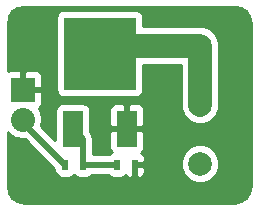
<source format=gtl>
G04 #@! TF.FileFunction,Copper,L1,Top,Signal*
%FSLAX46Y46*%
G04 Gerber Fmt 4.6, Leading zero omitted, Abs format (unit mm)*
G04 Created by KiCad (PCBNEW 4.0.2+e4-6225~38~ubuntu15.04.1-stable) date Wed 22 Jun 2016 12:24:41 PM PDT*
%MOMM*%
G01*
G04 APERTURE LIST*
%ADD10C,0.100000*%
%ADD11C,2.000000*%
%ADD12R,2.032000X2.032000*%
%ADD13O,2.032000X2.032000*%
%ADD14R,1.651000X3.048000*%
%ADD15R,6.096000X6.096000*%
%ADD16R,0.500000X0.900000*%
%ADD17C,2.000000*%
%ADD18C,0.500000*%
%ADD19C,0.254000*%
G04 APERTURE END LIST*
D10*
D11*
X150000000Y-105000000D03*
X150000000Y-100000000D03*
X150000000Y-95000000D03*
D12*
X135000000Y-98730000D03*
D13*
X135000000Y-101270000D03*
D14*
X139214000Y-102030000D03*
D15*
X141500000Y-95680000D03*
D14*
X143786000Y-102030000D03*
D16*
X144450000Y-105100000D03*
X142950000Y-105100000D03*
X140070000Y-105100000D03*
X138570000Y-105100000D03*
D17*
X150000000Y-95000000D02*
X142180000Y-95000000D01*
X142180000Y-95000000D02*
X141500000Y-95680000D01*
X150000000Y-95000000D02*
X150000000Y-100000000D01*
D18*
X138570000Y-105100000D02*
X135000000Y-101530000D01*
X135000000Y-101530000D02*
X135000000Y-101270000D01*
X140070000Y-105100000D02*
X140070000Y-102886000D01*
X140070000Y-102886000D02*
X139214000Y-102030000D01*
X140070000Y-105100000D02*
X142950000Y-105100000D01*
D19*
G36*
X153488338Y-91821046D02*
X153902333Y-92097669D01*
X154178953Y-92511660D01*
X154290000Y-93069931D01*
X154290000Y-106930069D01*
X154178953Y-107488340D01*
X153902333Y-107902331D01*
X153488338Y-108178954D01*
X152930069Y-108290000D01*
X135069931Y-108290000D01*
X134511660Y-108178953D01*
X134097669Y-107902333D01*
X133821046Y-107488338D01*
X133710000Y-106930069D01*
X133710000Y-102286344D01*
X133832567Y-102469778D01*
X134368190Y-102827670D01*
X135000000Y-102953345D01*
X135143267Y-102924847D01*
X137672560Y-105454139D01*
X137672560Y-105550000D01*
X137716838Y-105785317D01*
X137855910Y-106001441D01*
X138068110Y-106146431D01*
X138320000Y-106197440D01*
X138820000Y-106197440D01*
X139055317Y-106153162D01*
X139271441Y-106014090D01*
X139319134Y-105944289D01*
X139355910Y-106001441D01*
X139568110Y-106146431D01*
X139820000Y-106197440D01*
X140320000Y-106197440D01*
X140555317Y-106153162D01*
X140771441Y-106014090D01*
X140791317Y-105985000D01*
X142225331Y-105985000D01*
X142235910Y-106001441D01*
X142448110Y-106146431D01*
X142700000Y-106197440D01*
X143200000Y-106197440D01*
X143435317Y-106153162D01*
X143651441Y-106014090D01*
X143697969Y-105945994D01*
X143840302Y-106088327D01*
X144073691Y-106185000D01*
X144166250Y-106185000D01*
X144325000Y-106026250D01*
X144325000Y-105227000D01*
X144575000Y-105227000D01*
X144575000Y-106026250D01*
X144733750Y-106185000D01*
X144826309Y-106185000D01*
X145059698Y-106088327D01*
X145238327Y-105909699D01*
X145335000Y-105676310D01*
X145335000Y-105385750D01*
X145273045Y-105323795D01*
X148364716Y-105323795D01*
X148613106Y-105924943D01*
X149072637Y-106385278D01*
X149673352Y-106634716D01*
X150323795Y-106635284D01*
X150924943Y-106386894D01*
X151385278Y-105927363D01*
X151634716Y-105326648D01*
X151635284Y-104676205D01*
X151386894Y-104075057D01*
X150927363Y-103614722D01*
X150326648Y-103365284D01*
X149676205Y-103364716D01*
X149075057Y-103613106D01*
X148614722Y-104072637D01*
X148365284Y-104673352D01*
X148364716Y-105323795D01*
X145273045Y-105323795D01*
X145176250Y-105227000D01*
X144575000Y-105227000D01*
X144325000Y-105227000D01*
X144303000Y-105227000D01*
X144303000Y-104973000D01*
X144325000Y-104973000D01*
X144325000Y-104953000D01*
X144575000Y-104953000D01*
X144575000Y-104973000D01*
X145176250Y-104973000D01*
X145335000Y-104814250D01*
X145335000Y-104523690D01*
X145238327Y-104290301D01*
X145059698Y-104111673D01*
X144983439Y-104080086D01*
X145149827Y-103913699D01*
X145246500Y-103680310D01*
X145246500Y-102315750D01*
X145087750Y-102157000D01*
X143913000Y-102157000D01*
X143913000Y-102177000D01*
X143659000Y-102177000D01*
X143659000Y-102157000D01*
X142484250Y-102157000D01*
X142325500Y-102315750D01*
X142325500Y-103680310D01*
X142422173Y-103913699D01*
X142540960Y-104032485D01*
X142464683Y-104046838D01*
X142248559Y-104185910D01*
X142228683Y-104215000D01*
X140955000Y-104215000D01*
X140955000Y-102886005D01*
X140955001Y-102886000D01*
X140887633Y-102547326D01*
X140887633Y-102547325D01*
X140695790Y-102260210D01*
X140695787Y-102260208D01*
X140686940Y-102251361D01*
X140686940Y-100506000D01*
X140663174Y-100379690D01*
X142325500Y-100379690D01*
X142325500Y-101744250D01*
X142484250Y-101903000D01*
X143659000Y-101903000D01*
X143659000Y-100029750D01*
X143913000Y-100029750D01*
X143913000Y-101903000D01*
X145087750Y-101903000D01*
X145246500Y-101744250D01*
X145246500Y-100379690D01*
X145149827Y-100146301D01*
X144971198Y-99967673D01*
X144737809Y-99871000D01*
X144071750Y-99871000D01*
X143913000Y-100029750D01*
X143659000Y-100029750D01*
X143500250Y-99871000D01*
X142834191Y-99871000D01*
X142600802Y-99967673D01*
X142422173Y-100146301D01*
X142325500Y-100379690D01*
X140663174Y-100379690D01*
X140642662Y-100270683D01*
X140503590Y-100054559D01*
X140291390Y-99909569D01*
X140039500Y-99858560D01*
X138388500Y-99858560D01*
X138153183Y-99902838D01*
X137937059Y-100041910D01*
X137792069Y-100254110D01*
X137741060Y-100506000D01*
X137741060Y-103019481D01*
X136546961Y-101825382D01*
X136651000Y-101302345D01*
X136651000Y-101237655D01*
X136525325Y-100605845D01*
X136324628Y-100305481D01*
X136375699Y-100284327D01*
X136554327Y-100105698D01*
X136651000Y-99872309D01*
X136651000Y-99015750D01*
X136492250Y-98857000D01*
X135127000Y-98857000D01*
X135127000Y-98877000D01*
X134873000Y-98877000D01*
X134873000Y-98857000D01*
X134853000Y-98857000D01*
X134853000Y-98603000D01*
X134873000Y-98603000D01*
X134873000Y-97237750D01*
X135127000Y-97237750D01*
X135127000Y-98603000D01*
X136492250Y-98603000D01*
X136651000Y-98444250D01*
X136651000Y-97587691D01*
X136554327Y-97354302D01*
X136375699Y-97175673D01*
X136142310Y-97079000D01*
X135285750Y-97079000D01*
X135127000Y-97237750D01*
X134873000Y-97237750D01*
X134714250Y-97079000D01*
X133857690Y-97079000D01*
X133710000Y-97140175D01*
X133710000Y-93069931D01*
X133797109Y-92632000D01*
X137804560Y-92632000D01*
X137804560Y-98728000D01*
X137848838Y-98963317D01*
X137987910Y-99179441D01*
X138200110Y-99324431D01*
X138452000Y-99375440D01*
X144548000Y-99375440D01*
X144783317Y-99331162D01*
X144999441Y-99192090D01*
X145144431Y-98979890D01*
X145195440Y-98728000D01*
X145195440Y-96635000D01*
X148365000Y-96635000D01*
X148365000Y-99998574D01*
X148364716Y-100323795D01*
X148613106Y-100924943D01*
X149072637Y-101385278D01*
X149673352Y-101634716D01*
X150323795Y-101635284D01*
X150924943Y-101386894D01*
X151385278Y-100927363D01*
X151634716Y-100326648D01*
X151635284Y-99676205D01*
X151635000Y-99675518D01*
X151635000Y-95001427D01*
X151635284Y-94676205D01*
X151386894Y-94075057D01*
X150927363Y-93614722D01*
X150326648Y-93365284D01*
X149676205Y-93364716D01*
X149675518Y-93365000D01*
X145195440Y-93365000D01*
X145195440Y-92632000D01*
X145151162Y-92396683D01*
X145012090Y-92180559D01*
X144799890Y-92035569D01*
X144548000Y-91984560D01*
X138452000Y-91984560D01*
X138216683Y-92028838D01*
X138000559Y-92167910D01*
X137855569Y-92380110D01*
X137804560Y-92632000D01*
X133797109Y-92632000D01*
X133821046Y-92511662D01*
X134097669Y-92097667D01*
X134511660Y-91821047D01*
X135069931Y-91710000D01*
X152930069Y-91710000D01*
X153488338Y-91821046D01*
X153488338Y-91821046D01*
G37*
X153488338Y-91821046D02*
X153902333Y-92097669D01*
X154178953Y-92511660D01*
X154290000Y-93069931D01*
X154290000Y-106930069D01*
X154178953Y-107488340D01*
X153902333Y-107902331D01*
X153488338Y-108178954D01*
X152930069Y-108290000D01*
X135069931Y-108290000D01*
X134511660Y-108178953D01*
X134097669Y-107902333D01*
X133821046Y-107488338D01*
X133710000Y-106930069D01*
X133710000Y-102286344D01*
X133832567Y-102469778D01*
X134368190Y-102827670D01*
X135000000Y-102953345D01*
X135143267Y-102924847D01*
X137672560Y-105454139D01*
X137672560Y-105550000D01*
X137716838Y-105785317D01*
X137855910Y-106001441D01*
X138068110Y-106146431D01*
X138320000Y-106197440D01*
X138820000Y-106197440D01*
X139055317Y-106153162D01*
X139271441Y-106014090D01*
X139319134Y-105944289D01*
X139355910Y-106001441D01*
X139568110Y-106146431D01*
X139820000Y-106197440D01*
X140320000Y-106197440D01*
X140555317Y-106153162D01*
X140771441Y-106014090D01*
X140791317Y-105985000D01*
X142225331Y-105985000D01*
X142235910Y-106001441D01*
X142448110Y-106146431D01*
X142700000Y-106197440D01*
X143200000Y-106197440D01*
X143435317Y-106153162D01*
X143651441Y-106014090D01*
X143697969Y-105945994D01*
X143840302Y-106088327D01*
X144073691Y-106185000D01*
X144166250Y-106185000D01*
X144325000Y-106026250D01*
X144325000Y-105227000D01*
X144575000Y-105227000D01*
X144575000Y-106026250D01*
X144733750Y-106185000D01*
X144826309Y-106185000D01*
X145059698Y-106088327D01*
X145238327Y-105909699D01*
X145335000Y-105676310D01*
X145335000Y-105385750D01*
X145273045Y-105323795D01*
X148364716Y-105323795D01*
X148613106Y-105924943D01*
X149072637Y-106385278D01*
X149673352Y-106634716D01*
X150323795Y-106635284D01*
X150924943Y-106386894D01*
X151385278Y-105927363D01*
X151634716Y-105326648D01*
X151635284Y-104676205D01*
X151386894Y-104075057D01*
X150927363Y-103614722D01*
X150326648Y-103365284D01*
X149676205Y-103364716D01*
X149075057Y-103613106D01*
X148614722Y-104072637D01*
X148365284Y-104673352D01*
X148364716Y-105323795D01*
X145273045Y-105323795D01*
X145176250Y-105227000D01*
X144575000Y-105227000D01*
X144325000Y-105227000D01*
X144303000Y-105227000D01*
X144303000Y-104973000D01*
X144325000Y-104973000D01*
X144325000Y-104953000D01*
X144575000Y-104953000D01*
X144575000Y-104973000D01*
X145176250Y-104973000D01*
X145335000Y-104814250D01*
X145335000Y-104523690D01*
X145238327Y-104290301D01*
X145059698Y-104111673D01*
X144983439Y-104080086D01*
X145149827Y-103913699D01*
X145246500Y-103680310D01*
X145246500Y-102315750D01*
X145087750Y-102157000D01*
X143913000Y-102157000D01*
X143913000Y-102177000D01*
X143659000Y-102177000D01*
X143659000Y-102157000D01*
X142484250Y-102157000D01*
X142325500Y-102315750D01*
X142325500Y-103680310D01*
X142422173Y-103913699D01*
X142540960Y-104032485D01*
X142464683Y-104046838D01*
X142248559Y-104185910D01*
X142228683Y-104215000D01*
X140955000Y-104215000D01*
X140955000Y-102886005D01*
X140955001Y-102886000D01*
X140887633Y-102547326D01*
X140887633Y-102547325D01*
X140695790Y-102260210D01*
X140695787Y-102260208D01*
X140686940Y-102251361D01*
X140686940Y-100506000D01*
X140663174Y-100379690D01*
X142325500Y-100379690D01*
X142325500Y-101744250D01*
X142484250Y-101903000D01*
X143659000Y-101903000D01*
X143659000Y-100029750D01*
X143913000Y-100029750D01*
X143913000Y-101903000D01*
X145087750Y-101903000D01*
X145246500Y-101744250D01*
X145246500Y-100379690D01*
X145149827Y-100146301D01*
X144971198Y-99967673D01*
X144737809Y-99871000D01*
X144071750Y-99871000D01*
X143913000Y-100029750D01*
X143659000Y-100029750D01*
X143500250Y-99871000D01*
X142834191Y-99871000D01*
X142600802Y-99967673D01*
X142422173Y-100146301D01*
X142325500Y-100379690D01*
X140663174Y-100379690D01*
X140642662Y-100270683D01*
X140503590Y-100054559D01*
X140291390Y-99909569D01*
X140039500Y-99858560D01*
X138388500Y-99858560D01*
X138153183Y-99902838D01*
X137937059Y-100041910D01*
X137792069Y-100254110D01*
X137741060Y-100506000D01*
X137741060Y-103019481D01*
X136546961Y-101825382D01*
X136651000Y-101302345D01*
X136651000Y-101237655D01*
X136525325Y-100605845D01*
X136324628Y-100305481D01*
X136375699Y-100284327D01*
X136554327Y-100105698D01*
X136651000Y-99872309D01*
X136651000Y-99015750D01*
X136492250Y-98857000D01*
X135127000Y-98857000D01*
X135127000Y-98877000D01*
X134873000Y-98877000D01*
X134873000Y-98857000D01*
X134853000Y-98857000D01*
X134853000Y-98603000D01*
X134873000Y-98603000D01*
X134873000Y-97237750D01*
X135127000Y-97237750D01*
X135127000Y-98603000D01*
X136492250Y-98603000D01*
X136651000Y-98444250D01*
X136651000Y-97587691D01*
X136554327Y-97354302D01*
X136375699Y-97175673D01*
X136142310Y-97079000D01*
X135285750Y-97079000D01*
X135127000Y-97237750D01*
X134873000Y-97237750D01*
X134714250Y-97079000D01*
X133857690Y-97079000D01*
X133710000Y-97140175D01*
X133710000Y-93069931D01*
X133797109Y-92632000D01*
X137804560Y-92632000D01*
X137804560Y-98728000D01*
X137848838Y-98963317D01*
X137987910Y-99179441D01*
X138200110Y-99324431D01*
X138452000Y-99375440D01*
X144548000Y-99375440D01*
X144783317Y-99331162D01*
X144999441Y-99192090D01*
X145144431Y-98979890D01*
X145195440Y-98728000D01*
X145195440Y-96635000D01*
X148365000Y-96635000D01*
X148365000Y-99998574D01*
X148364716Y-100323795D01*
X148613106Y-100924943D01*
X149072637Y-101385278D01*
X149673352Y-101634716D01*
X150323795Y-101635284D01*
X150924943Y-101386894D01*
X151385278Y-100927363D01*
X151634716Y-100326648D01*
X151635284Y-99676205D01*
X151635000Y-99675518D01*
X151635000Y-95001427D01*
X151635284Y-94676205D01*
X151386894Y-94075057D01*
X150927363Y-93614722D01*
X150326648Y-93365284D01*
X149676205Y-93364716D01*
X149675518Y-93365000D01*
X145195440Y-93365000D01*
X145195440Y-92632000D01*
X145151162Y-92396683D01*
X145012090Y-92180559D01*
X144799890Y-92035569D01*
X144548000Y-91984560D01*
X138452000Y-91984560D01*
X138216683Y-92028838D01*
X138000559Y-92167910D01*
X137855569Y-92380110D01*
X137804560Y-92632000D01*
X133797109Y-92632000D01*
X133821046Y-92511662D01*
X134097669Y-92097667D01*
X134511660Y-91821047D01*
X135069931Y-91710000D01*
X152930069Y-91710000D01*
X153488338Y-91821046D01*
M02*

</source>
